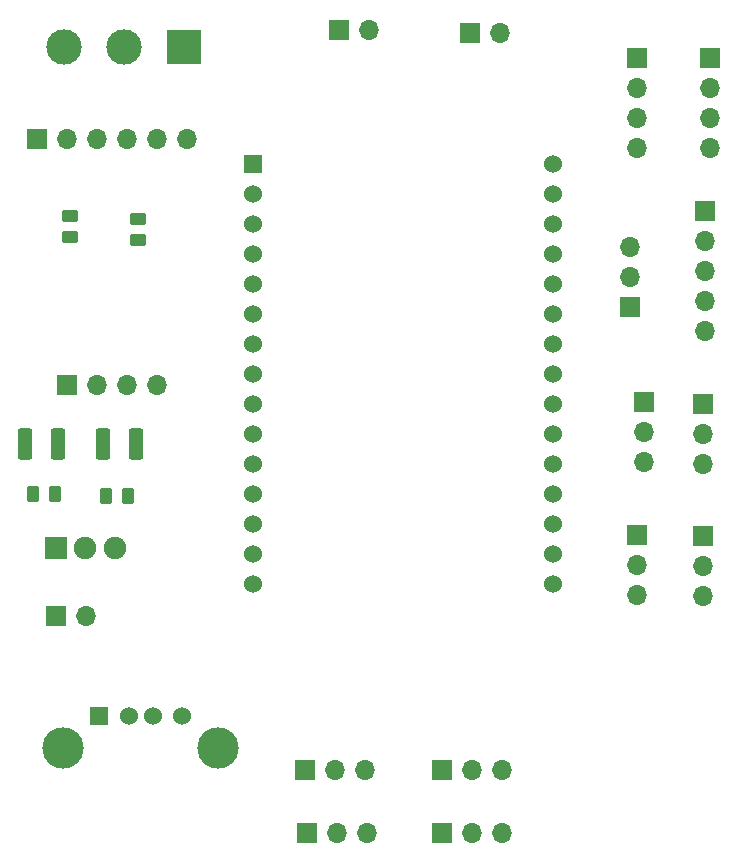
<source format=gbr>
%TF.GenerationSoftware,KiCad,Pcbnew,(6.0.1)*%
%TF.CreationDate,2022-04-27T12:01:47-05:00*%
%TF.ProjectId,RemotePet,52656d6f-7465-4506-9574-2e6b69636164,rev?*%
%TF.SameCoordinates,Original*%
%TF.FileFunction,Soldermask,Top*%
%TF.FilePolarity,Negative*%
%FSLAX46Y46*%
G04 Gerber Fmt 4.6, Leading zero omitted, Abs format (unit mm)*
G04 Created by KiCad (PCBNEW (6.0.1)) date 2022-04-27 12:01:47*
%MOMM*%
%LPD*%
G01*
G04 APERTURE LIST*
G04 Aperture macros list*
%AMRoundRect*
0 Rectangle with rounded corners*
0 $1 Rounding radius*
0 $2 $3 $4 $5 $6 $7 $8 $9 X,Y pos of 4 corners*
0 Add a 4 corners polygon primitive as box body*
4,1,4,$2,$3,$4,$5,$6,$7,$8,$9,$2,$3,0*
0 Add four circle primitives for the rounded corners*
1,1,$1+$1,$2,$3*
1,1,$1+$1,$4,$5*
1,1,$1+$1,$6,$7*
1,1,$1+$1,$8,$9*
0 Add four rect primitives between the rounded corners*
20,1,$1+$1,$2,$3,$4,$5,0*
20,1,$1+$1,$4,$5,$6,$7,0*
20,1,$1+$1,$6,$7,$8,$9,0*
20,1,$1+$1,$8,$9,$2,$3,0*%
G04 Aperture macros list end*
%ADD10R,1.524000X1.524000*%
%ADD11C,1.524000*%
%ADD12R,1.700000X1.700000*%
%ADD13O,1.700000X1.700000*%
%ADD14R,3.000000X3.000000*%
%ADD15C,3.000000*%
%ADD16RoundRect,0.250000X0.450000X-0.262500X0.450000X0.262500X-0.450000X0.262500X-0.450000X-0.262500X0*%
%ADD17RoundRect,0.250000X-0.375000X-1.075000X0.375000X-1.075000X0.375000X1.075000X-0.375000X1.075000X0*%
%ADD18R,1.900000X1.900000*%
%ADD19C,1.900000*%
%ADD20RoundRect,0.250000X-0.262500X-0.450000X0.262500X-0.450000X0.262500X0.450000X-0.262500X0.450000X0*%
%ADD21RoundRect,0.250000X-0.450000X0.262500X-0.450000X-0.262500X0.450000X-0.262500X0.450000X0.262500X0*%
%ADD22C,3.500000*%
G04 APERTURE END LIST*
D10*
%TO.C,U1*%
X122325000Y-70065000D03*
D11*
X122325000Y-72605000D03*
X122325000Y-75145000D03*
X122325000Y-77685000D03*
X122325000Y-80225000D03*
X122325000Y-82765000D03*
X122325000Y-85305000D03*
X122325000Y-87845000D03*
X122325000Y-90385000D03*
X122325000Y-92925000D03*
X122325000Y-95465000D03*
X122325000Y-98005000D03*
X122325000Y-100545000D03*
X122325000Y-103085000D03*
X122325000Y-105625000D03*
X147725000Y-105625000D03*
X147725000Y-103085000D03*
X147725000Y-100545000D03*
X147725000Y-98005000D03*
X147725000Y-95465000D03*
X147725000Y-92925000D03*
X147725000Y-90385000D03*
X147725000Y-87845000D03*
X147725000Y-85305000D03*
X147725000Y-82765000D03*
X147725000Y-80225000D03*
X147725000Y-77685000D03*
X147725000Y-75145000D03*
X147725000Y-72605000D03*
X147725000Y-70065000D03*
%TD*%
D12*
%TO.C,conn_alimentacion1*%
X105660000Y-108400000D03*
D13*
X108200000Y-108400000D03*
%TD*%
D12*
%TO.C,ServoWater1*%
X160400000Y-90400000D03*
D13*
X160400000Y-92940000D03*
X160400000Y-95480000D03*
%TD*%
D14*
%TO.C,Screw1*%
X116480000Y-60200000D03*
D15*
X111400000Y-60200000D03*
X106320000Y-60200000D03*
%TD*%
D16*
%TO.C,R1*%
X106800000Y-76312500D03*
X106800000Y-74487500D03*
%TD*%
D12*
%TO.C,ServoWater2*%
X155425000Y-90275000D03*
D13*
X155425000Y-92815000D03*
X155425000Y-95355000D03*
%TD*%
D17*
%TO.C,D3*%
X103000000Y-93800000D03*
X105800000Y-93800000D03*
%TD*%
D18*
%TO.C,S1*%
X105600000Y-102600000D03*
D19*
X108100000Y-102600000D03*
X110600000Y-102600000D03*
%TD*%
D12*
%TO.C,WaterS1*%
X138275000Y-126775000D03*
D13*
X140815000Y-126775000D03*
X143355000Y-126775000D03*
%TD*%
D12*
%TO.C,U2*%
X104050000Y-68015000D03*
D13*
X106590000Y-68015000D03*
X109130000Y-68015000D03*
X111670000Y-68015000D03*
X114210000Y-68015000D03*
X116750000Y-68015000D03*
D12*
X106560000Y-88805000D03*
D13*
X109100000Y-88805000D03*
X111640000Y-88805000D03*
X114180000Y-88805000D03*
%TD*%
D12*
%TO.C,WaterS2*%
X138275000Y-121400000D03*
D13*
X140815000Y-121400000D03*
X143355000Y-121400000D03*
%TD*%
D12*
%TO.C,ServoFood2*%
X154825000Y-101475000D03*
D13*
X154825000Y-104015000D03*
X154825000Y-106555000D03*
%TD*%
D20*
%TO.C,R5*%
X103687500Y-98000000D03*
X105512500Y-98000000D03*
%TD*%
%TO.C,R4*%
X109887500Y-98200000D03*
X111712500Y-98200000D03*
%TD*%
D17*
%TO.C,D2*%
X109600000Y-93800000D03*
X112400000Y-93800000D03*
%TD*%
D12*
%TO.C,Esp32Cam1*%
X129550000Y-58775000D03*
D13*
X132090000Y-58775000D03*
%TD*%
D12*
%TO.C,ServoFood1*%
X160400000Y-101625000D03*
D13*
X160400000Y-104165000D03*
X160400000Y-106705000D03*
%TD*%
D21*
%TO.C,R2*%
X112610000Y-74722500D03*
X112610000Y-76547500D03*
%TD*%
D12*
%TO.C,Infrarroj6*%
X161000000Y-61120000D03*
D13*
X161000000Y-63660000D03*
X161000000Y-66200000D03*
X161000000Y-68740000D03*
%TD*%
D12*
%TO.C,Esp32*%
X140660000Y-58975000D03*
D13*
X143200000Y-58975000D03*
%TD*%
D12*
%TO.C,DispOled1*%
X154825000Y-61120000D03*
D13*
X154825000Y-63660000D03*
X154825000Y-66200000D03*
X154825000Y-68740000D03*
%TD*%
D12*
%TO.C,MotionS1*%
X154200000Y-82200000D03*
D13*
X154200000Y-79660000D03*
X154200000Y-77120000D03*
%TD*%
D10*
%TO.C,USB1*%
X109300000Y-116800000D03*
D11*
X111800000Y-116800000D03*
X113800000Y-116800000D03*
X116300000Y-116800000D03*
D22*
X119370000Y-119510000D03*
X106230000Y-119510000D03*
%TD*%
D12*
%TO.C,SensorSharp2*%
X126720000Y-121400000D03*
D13*
X129260000Y-121400000D03*
X131800000Y-121400000D03*
%TD*%
D12*
%TO.C,SensorSharp1*%
X126875000Y-126775000D03*
D13*
X129415000Y-126775000D03*
X131955000Y-126775000D03*
%TD*%
D12*
%TO.C,U6*%
X160600000Y-74100000D03*
D13*
X160600000Y-76640000D03*
X160600000Y-79180000D03*
X160600000Y-81720000D03*
X160600000Y-84260000D03*
%TD*%
M02*

</source>
